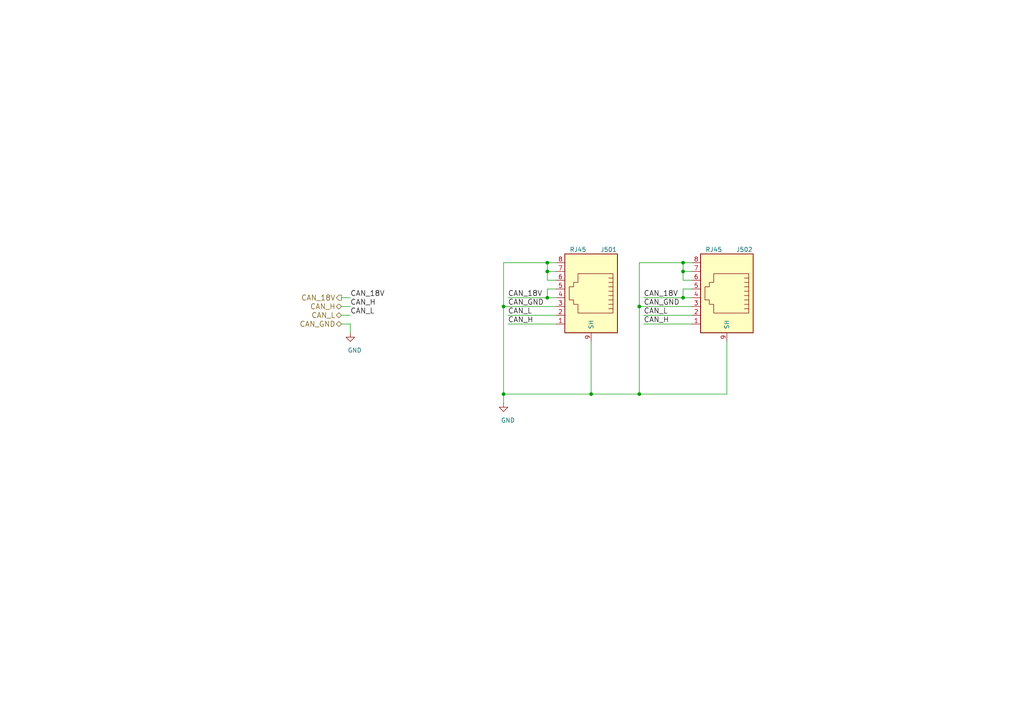
<source format=kicad_sch>
(kicad_sch (version 20211123) (generator eeschema)
  (paper "A4")
  (lib_symbols
    (symbol "Connector:RJ45_Shielded" (pin_names (offset 1.016))
      (property "Reference" "J?" (at -5.08 13.97 0))
      (property "Value" "RJ45" (at 3.81 13.97 0))
      (symbol "RJ45_Shielded_0_1"
        (polyline (pts (xy -5.08 4.445) (xy -6.35 4.445)))
        (polyline (pts (xy -5.08 5.715) (xy -6.35 5.715)))
        (polyline (pts (xy -6.35 -3.175) (xy -5.08 -3.175) (xy -5.08 -3.175)))
        (polyline (pts (xy -6.35 -1.905) (xy -5.08 -1.905) (xy -5.08 -1.905)))
        (polyline (pts (xy -6.35 -0.635) (xy -5.08 -0.635) (xy -5.08 -0.635)))
        (polyline (pts (xy -6.35 0.635) (xy -5.08 0.635) (xy -5.08 0.635)))
        (polyline (pts (xy -6.35 1.905) (xy -5.08 1.905) (xy -5.08 1.905)))
        (polyline (pts (xy -5.08 3.175) (xy -6.35 3.175) (xy -6.35 3.175)))
        (polyline (pts (xy -6.35 -4.445) (xy -6.35 6.985) (xy 3.81 6.985) (xy 3.81 4.445) (xy 5.08 4.445) (xy 5.08 3.175) (xy 6.35 3.175) (xy 6.35 -0.635) (xy 5.08 -0.635) (xy 5.08 -1.905) (xy 3.81 -1.905) (xy 3.81 -4.445) (xy -6.35 -4.445) (xy -6.35 -4.445)))
        (rectangle (start 7.62 12.7) (end -7.62 -10.16) (stroke (width 0.254)) (fill (type background)))
      )
      (symbol "RJ45_Shielded_1_1"
        (pin passive line (at 10.16 -7.62 180) (length 2.54) (name "~") (number "1"))
        (pin passive line (at 10.16 -5.08 180) (length 2.54) (name "~") (number "2"))
        (pin passive line (at 10.16 -2.54 180) (length 2.54) (name "~") (number "3"))
        (pin passive line (at 10.16 0 180) (length 2.54) (name "~") (number "4"))
        (pin passive line (at 10.16 2.54 180) (length 2.54) (name "~") (number "5"))
        (pin passive line (at 10.16 5.08 180) (length 2.54) (name "~") (number "6"))
        (pin passive line (at 10.16 7.62 180) (length 2.54) (name "~") (number "7"))
        (pin passive line (at 10.16 10.16 180) (length 2.54) (name "~") (number "8"))
        (pin passive line (at 0 -12.7 90) (length 2.54) (name "SH") (number "9"))
      )
    )
    (symbol "RJ45_Shielded_1" (pin_names (offset 1.016))
      (property "Reference" "J?" (at -5.08 13.97 0))
      (property "Value" "RJ45_Shielded_1" (at 3.81 13.97 0))
      (symbol "RJ45_Shielded_1_0_1"
        (polyline (pts (xy -5.08 4.445) (xy -6.35 4.445)))
        (polyline (pts (xy -5.08 5.715) (xy -6.35 5.715)))
        (polyline (pts (xy -6.35 -3.175) (xy -5.08 -3.175) (xy -5.08 -3.175)))
        (polyline (pts (xy -6.35 -1.905) (xy -5.08 -1.905) (xy -5.08 -1.905)))
        (polyline (pts (xy -6.35 -0.635) (xy -5.08 -0.635) (xy -5.08 -0.635)))
        (polyline (pts (xy -6.35 0.635) (xy -5.08 0.635) (xy -5.08 0.635)))
        (polyline (pts (xy -6.35 1.905) (xy -5.08 1.905) (xy -5.08 1.905)))
        (polyline (pts (xy -5.08 3.175) (xy -6.35 3.175) (xy -6.35 3.175)))
        (polyline (pts (xy -6.35 -4.445) (xy -6.35 6.985) (xy 3.81 6.985) (xy 3.81 4.445) (xy 5.08 4.445) (xy 5.08 3.175) (xy 6.35 3.175) (xy 6.35 -0.635) (xy 5.08 -0.635) (xy 5.08 -1.905) (xy 3.81 -1.905) (xy 3.81 -4.445) (xy -6.35 -4.445) (xy -6.35 -4.445)))
        (rectangle (start 7.62 12.7) (end -7.62 -10.16) (stroke (width 0.254)) (fill (type background)))
      )
      (symbol "RJ45_Shielded_1_1_1"
        (pin passive line (at 10.16 -7.62 180) (length 2.54) (name "~") (number "1"))
        (pin passive line (at 10.16 -5.08 180) (length 2.54) (name "~") (number "2"))
        (pin passive line (at 10.16 -2.54 180) (length 2.54) (name "~") (number "3"))
        (pin passive line (at 10.16 0 180) (length 2.54) (name "~") (number "4"))
        (pin passive line (at 10.16 2.54 180) (length 2.54) (name "~") (number "5"))
        (pin passive line (at 10.16 5.08 180) (length 2.54) (name "~") (number "6"))
        (pin passive line (at 10.16 7.62 180) (length 2.54) (name "~") (number "7"))
        (pin passive line (at 10.16 10.16 180) (length 2.54) (name "~") (number "8"))
        (pin passive line (at 0 -12.7 90) (length 2.54) (name "SH") (number "9"))
      )
    )
    (symbol "power:GND" (power) (pin_names (offset 0))
      (property "Value" "GND" (at 0 -3.81 0))
      (symbol "GND_0_1"
        (polyline (pts (xy 0 0) (xy 0 -1.27) (xy 1.27 -1.27) (xy 0 -2.54) (xy -1.27 -1.27) (xy 0 -1.27)))
      )
      (symbol "GND_1_1"
        (pin power_in line (at 0 0 270) (length 0) hide (name "GND") (number "1"))
      )
    )
  )
  (junction (at 146.05 88.9))
  (junction (at 158.75 78.74))
  (junction (at 198.12 76.2))
  (junction (at 185.42 88.9))
  (junction (at 158.75 86.36))
  (junction (at 198.12 78.74))
  (junction (at 158.75 76.2))
  (junction (at 198.12 86.36))
  (junction (at 171.45 114.3))
  (junction (at 146.05 114.3))
  (junction (at 185.42 114.3))
  (wire (pts (xy 147.32 91.44) (xy 161.29 91.44)))
  (wire (pts (xy 200.66 93.98) (xy 186.69 93.98)))
  (wire (pts (xy 200.66 81.28) (xy 198.12 81.28)))
  (wire (pts (xy 146.05 114.3) (xy 146.05 116.84)))
  (wire (pts (xy 158.75 83.82) (xy 158.75 86.36)))
  (wire (pts (xy 158.75 78.74) (xy 158.75 76.2)))
  (wire (pts (xy 171.45 114.3) (xy 171.45 99.06)))
  (wire (pts (xy 101.6 93.98) (xy 101.6 96.52)))
  (wire (pts (xy 146.05 114.3) (xy 171.45 114.3)))
  (wire (pts (xy 161.29 78.74) (xy 158.75 78.74)))
  (wire (pts (xy 161.29 81.28) (xy 158.75 81.28)))
  (wire (pts (xy 185.42 88.9) (xy 200.66 88.9)))
  (wire (pts (xy 101.6 91.44) (xy 99.06 91.44)))
  (wire (pts (xy 147.32 86.36) (xy 158.75 86.36)))
  (wire (pts (xy 161.29 93.98) (xy 147.32 93.98)))
  (wire (pts (xy 186.69 86.36) (xy 198.12 86.36)))
  (wire (pts (xy 198.12 83.82) (xy 198.12 86.36)))
  (wire (pts (xy 99.06 93.98) (xy 101.6 93.98)))
  (wire (pts (xy 99.06 86.36) (xy 101.6 86.36)))
  (wire (pts (xy 171.45 114.3) (xy 185.42 114.3)))
  (wire (pts (xy 200.66 83.82) (xy 198.12 83.82)))
  (wire (pts (xy 158.75 76.2) (xy 146.05 76.2)))
  (wire (pts (xy 185.42 76.2) (xy 185.42 88.9)))
  (wire (pts (xy 158.75 81.28) (xy 158.75 78.74)))
  (wire (pts (xy 158.75 86.36) (xy 161.29 86.36)))
  (wire (pts (xy 161.29 83.82) (xy 158.75 83.82)))
  (wire (pts (xy 185.42 88.9) (xy 185.42 114.3)))
  (wire (pts (xy 200.66 78.74) (xy 198.12 78.74)))
  (wire (pts (xy 198.12 78.74) (xy 198.12 76.2)))
  (wire (pts (xy 185.42 114.3) (xy 210.82 114.3)))
  (wire (pts (xy 210.82 114.3) (xy 210.82 99.06)))
  (wire (pts (xy 99.06 88.9) (xy 101.6 88.9)))
  (wire (pts (xy 146.05 88.9) (xy 146.05 114.3)))
  (wire (pts (xy 146.05 76.2) (xy 146.05 88.9)))
  (wire (pts (xy 200.66 76.2) (xy 198.12 76.2)))
  (wire (pts (xy 146.05 88.9) (xy 161.29 88.9)))
  (wire (pts (xy 198.12 86.36) (xy 200.66 86.36)))
  (wire (pts (xy 198.12 81.28) (xy 198.12 78.74)))
  (wire (pts (xy 186.69 91.44) (xy 200.66 91.44)))
  (wire (pts (xy 161.29 76.2) (xy 158.75 76.2)))
  (wire (pts (xy 198.12 76.2) (xy 185.42 76.2)))
  (label "CAN_L" (at 101.6 91.44 0) (effects (font (size 1.524 1.524))))
  (label "CAN_GND" (at 186.69 88.9 0) (effects (font (size 1.524 1.524))))
  (label "CAN_L" (at 147.32 91.44 0) (effects (font (size 1.524 1.524))))
  (label "CAN_GND" (at 147.32 88.9 0) (effects (font (size 1.524 1.524))))
  (label "CAN_18V" (at 147.32 86.36 0) (effects (font (size 1.524 1.524))))
  (label "CAN_18V" (at 186.69 86.36 0) (effects (font (size 1.524 1.524))))
  (label "CAN_H" (at 186.69 93.98 0) (effects (font (size 1.524 1.524))))
  (label "CAN_H" (at 101.6 88.9 0) (effects (font (size 1.524 1.524))))
  (label "CAN_L" (at 186.69 91.44 0) (effects (font (size 1.524 1.524))))
  (label "CAN_H" (at 147.32 93.98 0) (effects (font (size 1.524 1.524))))
  (label "CAN_18V" (at 101.6 86.36 0) (effects (font (size 1.524 1.524))))
  (hierarchical_label "CAN_H" (shape bidirectional) (at 99.06 88.9 180) (effects (font (size 1.524 1.524))))
  (hierarchical_label "CAN_L" (shape bidirectional) (at 99.06 91.44 180) (effects (font (size 1.524 1.524))))
  (hierarchical_label "CAN_GND" (shape bidirectional) (at 99.06 93.98 180) (effects (font (size 1.524 1.524))))
  (hierarchical_label "CAN_18V" (shape output) (at 99.06 86.36 180) (effects (font (size 1.524 1.524))))
  (symbol (lib_name "RJ45_Shielded_1") (lib_id "Connector:RJ45_Shielded") (at 171.45 86.36 0) (mirror y) (unit 1)
    (property "Reference" "J501" (at 176.53 72.39 0))
    (property "Value" "RJ45" (at 167.64 72.39 0))
    (property "Footprint" "KicadZeniteSolarLibrary18:RJ45_YH59_01" (effects hide))
  )
  (symbol (lib_id "Connector:RJ45_Shielded") (at 210.82 86.36 0) (mirror y) (unit 1)
    (property "Reference" "J502" (at 215.9 72.39 0))
    (property "Value" "RJ45" (at 207.01 72.39 0))
    (property "Footprint" "KicadZeniteSolarLibrary18:RJ45_YH59_01" (effects hide))
  )
  (symbol (lib_id "power:GND") (at 101.6 96.52 0) (unit 1)
    (property "Reference" "#PWR0501" (effects hide))
    (property "Value" "GND" (at 102.87 101.6 0))
  )
  (symbol (lib_id "power:GND") (at 146.05 116.84 0) (unit 1)
    (property "Reference" "#PWR0502" (effects hide))
    (property "Value" "GND" (at 147.32 121.92 0))
  )
)
</source>
